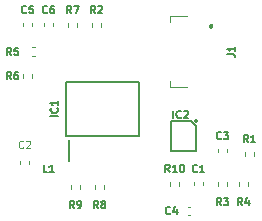
<source format=gto>
G04 #@! TF.GenerationSoftware,KiCad,Pcbnew,(5.1.8)-1*
G04 #@! TF.CreationDate,2021-04-03T22:15:50+03:00*
G04 #@! TF.ProjectId,sensor,73656e73-6f72-42e6-9b69-6361645f7063,rev?*
G04 #@! TF.SameCoordinates,Original*
G04 #@! TF.FileFunction,Legend,Top*
G04 #@! TF.FilePolarity,Positive*
%FSLAX46Y46*%
G04 Gerber Fmt 4.6, Leading zero omitted, Abs format (unit mm)*
G04 Created by KiCad (PCBNEW (5.1.8)-1) date 2021-04-03 22:15:50*
%MOMM*%
%LPD*%
G01*
G04 APERTURE LIST*
%ADD10C,0.120000*%
%ADD11C,0.200000*%
%ADD12C,0.100000*%
%ADD13C,0.300000*%
%ADD14C,0.127000*%
%ADD15C,0.112700*%
G04 APERTURE END LIST*
D10*
X144146000Y-83719641D02*
X144146000Y-83412359D01*
X144906000Y-83719641D02*
X144906000Y-83412359D01*
X138302000Y-69950359D02*
X138302000Y-70257641D01*
X137542000Y-69950359D02*
X137542000Y-70257641D01*
X150496000Y-81179641D02*
X150496000Y-80872359D01*
X151256000Y-81179641D02*
X151256000Y-80872359D01*
X132741641Y-72770000D02*
X132434359Y-72770000D01*
X132741641Y-72010000D02*
X132434359Y-72010000D01*
X146198000Y-83458164D02*
X146198000Y-83673836D01*
X146918000Y-83458164D02*
X146918000Y-83673836D01*
X148950000Y-80879836D02*
X148950000Y-80664164D01*
X148230000Y-80879836D02*
X148230000Y-80664164D01*
X132186000Y-81680164D02*
X132186000Y-81895836D01*
X131466000Y-81680164D02*
X131466000Y-81895836D01*
X145660164Y-85492000D02*
X145875836Y-85492000D01*
X145660164Y-86212000D02*
X145875836Y-86212000D01*
X131720000Y-69996164D02*
X131720000Y-70211836D01*
X132440000Y-69996164D02*
X132440000Y-70211836D01*
X134218000Y-69996164D02*
X134218000Y-70211836D01*
X133498000Y-69996164D02*
X133498000Y-70211836D01*
D11*
X135330000Y-79516000D02*
X135330000Y-74916000D01*
X135330000Y-74916000D02*
X141530000Y-74916000D01*
X141530000Y-74916000D02*
X141530000Y-79516000D01*
X141530000Y-79516000D02*
X135330000Y-79516000D01*
X135580000Y-81666000D02*
X135580000Y-79866000D01*
X146346000Y-78702000D02*
X146346000Y-80760000D01*
X146346000Y-80760000D02*
X144230000Y-80760000D01*
X144230000Y-80760000D02*
X144230000Y-78244000D01*
X144230000Y-78244000D02*
X145888000Y-78244000D01*
X145888000Y-78244000D02*
X146346000Y-78702000D01*
X146446000Y-78244000D02*
G75*
G03*
X146446000Y-78244000I-100000J0D01*
G01*
D12*
X144167000Y-74890000D02*
X144167000Y-75390000D01*
X144167000Y-75390000D02*
X145542000Y-75390000D01*
X144167000Y-69890000D02*
X144167000Y-69390000D01*
X144167000Y-69390000D02*
X145542000Y-69390000D01*
D13*
X147642000Y-70290000D02*
X147642000Y-70290000D01*
X147642000Y-70190000D02*
X147642000Y-70190000D01*
X147642000Y-70190000D02*
G75*
G02*
X147642000Y-70290000I0J-50000D01*
G01*
X147642000Y-70290000D02*
G75*
G02*
X147642000Y-70190000I0J50000D01*
G01*
D10*
X148210000Y-83412359D02*
X148210000Y-83719641D01*
X148970000Y-83412359D02*
X148970000Y-83719641D01*
X150748000Y-83412359D02*
X150748000Y-83719641D01*
X149988000Y-83412359D02*
X149988000Y-83719641D01*
X135510000Y-69950359D02*
X135510000Y-70257641D01*
X136270000Y-69950359D02*
X136270000Y-70257641D01*
X137796000Y-83973641D02*
X137796000Y-83666359D01*
X138556000Y-83973641D02*
X138556000Y-83666359D01*
X135764000Y-83973641D02*
X135764000Y-83666359D01*
X136524000Y-83973641D02*
X136524000Y-83666359D01*
X132460000Y-74575641D02*
X132460000Y-74268359D01*
X131700000Y-74575641D02*
X131700000Y-74268359D01*
D14*
X144117785Y-82583261D02*
X143906119Y-82280880D01*
X143754928Y-82583261D02*
X143754928Y-81948261D01*
X143996833Y-81948261D01*
X144057309Y-81978500D01*
X144087547Y-82008738D01*
X144117785Y-82069214D01*
X144117785Y-82159928D01*
X144087547Y-82220404D01*
X144057309Y-82250642D01*
X143996833Y-82280880D01*
X143754928Y-82280880D01*
X144722547Y-82583261D02*
X144359690Y-82583261D01*
X144541119Y-82583261D02*
X144541119Y-81948261D01*
X144480642Y-82038976D01*
X144420166Y-82099452D01*
X144359690Y-82129690D01*
X145115642Y-81948261D02*
X145176119Y-81948261D01*
X145236595Y-81978500D01*
X145266833Y-82008738D01*
X145297071Y-82069214D01*
X145327309Y-82190166D01*
X145327309Y-82341357D01*
X145297071Y-82462309D01*
X145266833Y-82522785D01*
X145236595Y-82553023D01*
X145176119Y-82583261D01*
X145115642Y-82583261D01*
X145055166Y-82553023D01*
X145024928Y-82522785D01*
X144994690Y-82462309D01*
X144964452Y-82341357D01*
X144964452Y-82190166D01*
X144994690Y-82069214D01*
X145024928Y-82008738D01*
X145055166Y-81978500D01*
X145115642Y-81948261D01*
X137816166Y-69121261D02*
X137604500Y-68818880D01*
X137453309Y-69121261D02*
X137453309Y-68486261D01*
X137695214Y-68486261D01*
X137755690Y-68516500D01*
X137785928Y-68546738D01*
X137816166Y-68607214D01*
X137816166Y-68697928D01*
X137785928Y-68758404D01*
X137755690Y-68788642D01*
X137695214Y-68818880D01*
X137453309Y-68818880D01*
X138058071Y-68546738D02*
X138088309Y-68516500D01*
X138148785Y-68486261D01*
X138299976Y-68486261D01*
X138360452Y-68516500D01*
X138390690Y-68546738D01*
X138420928Y-68607214D01*
X138420928Y-68667690D01*
X138390690Y-68758404D01*
X138027833Y-69121261D01*
X138420928Y-69121261D01*
X150770166Y-80043261D02*
X150558500Y-79740880D01*
X150407309Y-80043261D02*
X150407309Y-79408261D01*
X150649214Y-79408261D01*
X150709690Y-79438500D01*
X150739928Y-79468738D01*
X150770166Y-79529214D01*
X150770166Y-79619928D01*
X150739928Y-79680404D01*
X150709690Y-79710642D01*
X150649214Y-79740880D01*
X150407309Y-79740880D01*
X151374928Y-80043261D02*
X151012071Y-80043261D01*
X151193500Y-80043261D02*
X151193500Y-79408261D01*
X151133023Y-79498976D01*
X151072547Y-79559452D01*
X151012071Y-79589690D01*
X130704166Y-72677261D02*
X130492500Y-72374880D01*
X130341309Y-72677261D02*
X130341309Y-72042261D01*
X130583214Y-72042261D01*
X130643690Y-72072500D01*
X130673928Y-72102738D01*
X130704166Y-72163214D01*
X130704166Y-72253928D01*
X130673928Y-72314404D01*
X130643690Y-72344642D01*
X130583214Y-72374880D01*
X130341309Y-72374880D01*
X131278690Y-72042261D02*
X130976309Y-72042261D01*
X130946071Y-72344642D01*
X130976309Y-72314404D01*
X131036785Y-72284166D01*
X131187976Y-72284166D01*
X131248452Y-72314404D01*
X131278690Y-72344642D01*
X131308928Y-72405119D01*
X131308928Y-72556309D01*
X131278690Y-72616785D01*
X131248452Y-72647023D01*
X131187976Y-72677261D01*
X131036785Y-72677261D01*
X130976309Y-72647023D01*
X130946071Y-72616785D01*
X146452166Y-82522785D02*
X146421928Y-82553023D01*
X146331214Y-82583261D01*
X146270738Y-82583261D01*
X146180023Y-82553023D01*
X146119547Y-82492547D01*
X146089309Y-82432071D01*
X146059071Y-82311119D01*
X146059071Y-82220404D01*
X146089309Y-82099452D01*
X146119547Y-82038976D01*
X146180023Y-81978500D01*
X146270738Y-81948261D01*
X146331214Y-81948261D01*
X146421928Y-81978500D01*
X146452166Y-82008738D01*
X147056928Y-82583261D02*
X146694071Y-82583261D01*
X146875500Y-82583261D02*
X146875500Y-81948261D01*
X146815023Y-82038976D01*
X146754547Y-82099452D01*
X146694071Y-82129690D01*
X148484166Y-79728785D02*
X148453928Y-79759023D01*
X148363214Y-79789261D01*
X148302738Y-79789261D01*
X148212023Y-79759023D01*
X148151547Y-79698547D01*
X148121309Y-79638071D01*
X148091071Y-79517119D01*
X148091071Y-79426404D01*
X148121309Y-79305452D01*
X148151547Y-79244976D01*
X148212023Y-79184500D01*
X148302738Y-79154261D01*
X148363214Y-79154261D01*
X148453928Y-79184500D01*
X148484166Y-79214738D01*
X148695833Y-79154261D02*
X149088928Y-79154261D01*
X148877261Y-79396166D01*
X148967976Y-79396166D01*
X149028452Y-79426404D01*
X149058690Y-79456642D01*
X149088928Y-79517119D01*
X149088928Y-79668309D01*
X149058690Y-79728785D01*
X149028452Y-79759023D01*
X148967976Y-79789261D01*
X148786547Y-79789261D01*
X148726071Y-79759023D01*
X148695833Y-79728785D01*
D15*
X131720166Y-80490785D02*
X131689928Y-80521023D01*
X131599214Y-80551261D01*
X131538738Y-80551261D01*
X131448023Y-80521023D01*
X131387547Y-80460547D01*
X131357309Y-80400071D01*
X131327071Y-80279119D01*
X131327071Y-80188404D01*
X131357309Y-80067452D01*
X131387547Y-80006976D01*
X131448023Y-79946500D01*
X131538738Y-79916261D01*
X131599214Y-79916261D01*
X131689928Y-79946500D01*
X131720166Y-79976738D01*
X131962071Y-79976738D02*
X131992309Y-79946500D01*
X132052785Y-79916261D01*
X132203976Y-79916261D01*
X132264452Y-79946500D01*
X132294690Y-79976738D01*
X132324928Y-80037214D01*
X132324928Y-80097690D01*
X132294690Y-80188404D01*
X131931833Y-80551261D01*
X132324928Y-80551261D01*
D14*
X144166166Y-86078785D02*
X144135928Y-86109023D01*
X144045214Y-86139261D01*
X143984738Y-86139261D01*
X143894023Y-86109023D01*
X143833547Y-86048547D01*
X143803309Y-85988071D01*
X143773071Y-85867119D01*
X143773071Y-85776404D01*
X143803309Y-85655452D01*
X143833547Y-85594976D01*
X143894023Y-85534500D01*
X143984738Y-85504261D01*
X144045214Y-85504261D01*
X144135928Y-85534500D01*
X144166166Y-85564738D01*
X144710452Y-85715928D02*
X144710452Y-86139261D01*
X144559261Y-85474023D02*
X144408071Y-85927595D01*
X144801166Y-85927595D01*
X131974166Y-69060785D02*
X131943928Y-69091023D01*
X131853214Y-69121261D01*
X131792738Y-69121261D01*
X131702023Y-69091023D01*
X131641547Y-69030547D01*
X131611309Y-68970071D01*
X131581071Y-68849119D01*
X131581071Y-68758404D01*
X131611309Y-68637452D01*
X131641547Y-68576976D01*
X131702023Y-68516500D01*
X131792738Y-68486261D01*
X131853214Y-68486261D01*
X131943928Y-68516500D01*
X131974166Y-68546738D01*
X132548690Y-68486261D02*
X132246309Y-68486261D01*
X132216071Y-68788642D01*
X132246309Y-68758404D01*
X132306785Y-68728166D01*
X132457976Y-68728166D01*
X132518452Y-68758404D01*
X132548690Y-68788642D01*
X132578928Y-68849119D01*
X132578928Y-69000309D01*
X132548690Y-69060785D01*
X132518452Y-69091023D01*
X132457976Y-69121261D01*
X132306785Y-69121261D01*
X132246309Y-69091023D01*
X132216071Y-69060785D01*
X133752166Y-69060785D02*
X133721928Y-69091023D01*
X133631214Y-69121261D01*
X133570738Y-69121261D01*
X133480023Y-69091023D01*
X133419547Y-69030547D01*
X133389309Y-68970071D01*
X133359071Y-68849119D01*
X133359071Y-68758404D01*
X133389309Y-68637452D01*
X133419547Y-68576976D01*
X133480023Y-68516500D01*
X133570738Y-68486261D01*
X133631214Y-68486261D01*
X133721928Y-68516500D01*
X133752166Y-68546738D01*
X134296452Y-68486261D02*
X134175500Y-68486261D01*
X134115023Y-68516500D01*
X134084785Y-68546738D01*
X134024309Y-68637452D01*
X133994071Y-68758404D01*
X133994071Y-69000309D01*
X134024309Y-69060785D01*
X134054547Y-69091023D01*
X134115023Y-69121261D01*
X134235976Y-69121261D01*
X134296452Y-69091023D01*
X134326690Y-69060785D01*
X134356928Y-69000309D01*
X134356928Y-68849119D01*
X134326690Y-68788642D01*
X134296452Y-68758404D01*
X134235976Y-68728166D01*
X134115023Y-68728166D01*
X134054547Y-68758404D01*
X134024309Y-68788642D01*
X133994071Y-68849119D01*
X134653261Y-77835880D02*
X134018261Y-77835880D01*
X134592785Y-77170642D02*
X134623023Y-77200880D01*
X134653261Y-77291595D01*
X134653261Y-77352071D01*
X134623023Y-77442785D01*
X134562547Y-77503261D01*
X134502071Y-77533500D01*
X134381119Y-77563738D01*
X134290404Y-77563738D01*
X134169452Y-77533500D01*
X134108976Y-77503261D01*
X134048500Y-77442785D01*
X134018261Y-77352071D01*
X134018261Y-77291595D01*
X134048500Y-77200880D01*
X134078738Y-77170642D01*
X134653261Y-76565880D02*
X134653261Y-76928738D01*
X134653261Y-76747309D02*
X134018261Y-76747309D01*
X134108976Y-76807785D01*
X134169452Y-76868261D01*
X134199690Y-76928738D01*
X144414119Y-78011261D02*
X144414119Y-77376261D01*
X145079357Y-77950785D02*
X145049119Y-77981023D01*
X144958404Y-78011261D01*
X144897928Y-78011261D01*
X144807214Y-77981023D01*
X144746738Y-77920547D01*
X144716500Y-77860071D01*
X144686261Y-77739119D01*
X144686261Y-77648404D01*
X144716500Y-77527452D01*
X144746738Y-77466976D01*
X144807214Y-77406500D01*
X144897928Y-77376261D01*
X144958404Y-77376261D01*
X145049119Y-77406500D01*
X145079357Y-77436738D01*
X145321261Y-77436738D02*
X145351500Y-77406500D01*
X145411976Y-77376261D01*
X145563166Y-77376261D01*
X145623642Y-77406500D01*
X145653880Y-77436738D01*
X145684119Y-77497214D01*
X145684119Y-77557690D01*
X145653880Y-77648404D01*
X145291023Y-78011261D01*
X145684119Y-78011261D01*
X149004261Y-72601666D02*
X149457833Y-72601666D01*
X149548547Y-72631904D01*
X149609023Y-72692380D01*
X149639261Y-72783095D01*
X149639261Y-72843571D01*
X149639261Y-71966666D02*
X149639261Y-72329523D01*
X149639261Y-72148095D02*
X149004261Y-72148095D01*
X149094976Y-72208571D01*
X149155452Y-72269047D01*
X149185690Y-72329523D01*
X148484166Y-85377261D02*
X148272500Y-85074880D01*
X148121309Y-85377261D02*
X148121309Y-84742261D01*
X148363214Y-84742261D01*
X148423690Y-84772500D01*
X148453928Y-84802738D01*
X148484166Y-84863214D01*
X148484166Y-84953928D01*
X148453928Y-85014404D01*
X148423690Y-85044642D01*
X148363214Y-85074880D01*
X148121309Y-85074880D01*
X148695833Y-84742261D02*
X149088928Y-84742261D01*
X148877261Y-84984166D01*
X148967976Y-84984166D01*
X149028452Y-85014404D01*
X149058690Y-85044642D01*
X149088928Y-85105119D01*
X149088928Y-85256309D01*
X149058690Y-85316785D01*
X149028452Y-85347023D01*
X148967976Y-85377261D01*
X148786547Y-85377261D01*
X148726071Y-85347023D01*
X148695833Y-85316785D01*
X150262166Y-85377261D02*
X150050500Y-85074880D01*
X149899309Y-85377261D02*
X149899309Y-84742261D01*
X150141214Y-84742261D01*
X150201690Y-84772500D01*
X150231928Y-84802738D01*
X150262166Y-84863214D01*
X150262166Y-84953928D01*
X150231928Y-85014404D01*
X150201690Y-85044642D01*
X150141214Y-85074880D01*
X149899309Y-85074880D01*
X150806452Y-84953928D02*
X150806452Y-85377261D01*
X150655261Y-84712023D02*
X150504071Y-85165595D01*
X150897166Y-85165595D01*
X135784166Y-69121261D02*
X135572500Y-68818880D01*
X135421309Y-69121261D02*
X135421309Y-68486261D01*
X135663214Y-68486261D01*
X135723690Y-68516500D01*
X135753928Y-68546738D01*
X135784166Y-68607214D01*
X135784166Y-68697928D01*
X135753928Y-68758404D01*
X135723690Y-68788642D01*
X135663214Y-68818880D01*
X135421309Y-68818880D01*
X135995833Y-68486261D02*
X136419166Y-68486261D01*
X136147023Y-69121261D01*
X138070166Y-85631261D02*
X137858500Y-85328880D01*
X137707309Y-85631261D02*
X137707309Y-84996261D01*
X137949214Y-84996261D01*
X138009690Y-85026500D01*
X138039928Y-85056738D01*
X138070166Y-85117214D01*
X138070166Y-85207928D01*
X138039928Y-85268404D01*
X138009690Y-85298642D01*
X137949214Y-85328880D01*
X137707309Y-85328880D01*
X138433023Y-85268404D02*
X138372547Y-85238166D01*
X138342309Y-85207928D01*
X138312071Y-85147452D01*
X138312071Y-85117214D01*
X138342309Y-85056738D01*
X138372547Y-85026500D01*
X138433023Y-84996261D01*
X138553976Y-84996261D01*
X138614452Y-85026500D01*
X138644690Y-85056738D01*
X138674928Y-85117214D01*
X138674928Y-85147452D01*
X138644690Y-85207928D01*
X138614452Y-85238166D01*
X138553976Y-85268404D01*
X138433023Y-85268404D01*
X138372547Y-85298642D01*
X138342309Y-85328880D01*
X138312071Y-85389357D01*
X138312071Y-85510309D01*
X138342309Y-85570785D01*
X138372547Y-85601023D01*
X138433023Y-85631261D01*
X138553976Y-85631261D01*
X138614452Y-85601023D01*
X138644690Y-85570785D01*
X138674928Y-85510309D01*
X138674928Y-85389357D01*
X138644690Y-85328880D01*
X138614452Y-85298642D01*
X138553976Y-85268404D01*
X136038166Y-85631261D02*
X135826500Y-85328880D01*
X135675309Y-85631261D02*
X135675309Y-84996261D01*
X135917214Y-84996261D01*
X135977690Y-85026500D01*
X136007928Y-85056738D01*
X136038166Y-85117214D01*
X136038166Y-85207928D01*
X136007928Y-85268404D01*
X135977690Y-85298642D01*
X135917214Y-85328880D01*
X135675309Y-85328880D01*
X136340547Y-85631261D02*
X136461500Y-85631261D01*
X136521976Y-85601023D01*
X136552214Y-85570785D01*
X136612690Y-85480071D01*
X136642928Y-85359119D01*
X136642928Y-85117214D01*
X136612690Y-85056738D01*
X136582452Y-85026500D01*
X136521976Y-84996261D01*
X136401023Y-84996261D01*
X136340547Y-85026500D01*
X136310309Y-85056738D01*
X136280071Y-85117214D01*
X136280071Y-85268404D01*
X136310309Y-85328880D01*
X136340547Y-85359119D01*
X136401023Y-85389357D01*
X136521976Y-85389357D01*
X136582452Y-85359119D01*
X136612690Y-85328880D01*
X136642928Y-85268404D01*
X130704166Y-74709261D02*
X130492500Y-74406880D01*
X130341309Y-74709261D02*
X130341309Y-74074261D01*
X130583214Y-74074261D01*
X130643690Y-74104500D01*
X130673928Y-74134738D01*
X130704166Y-74195214D01*
X130704166Y-74285928D01*
X130673928Y-74346404D01*
X130643690Y-74376642D01*
X130583214Y-74406880D01*
X130341309Y-74406880D01*
X131248452Y-74074261D02*
X131127500Y-74074261D01*
X131067023Y-74104500D01*
X131036785Y-74134738D01*
X130976309Y-74225452D01*
X130946071Y-74346404D01*
X130946071Y-74588309D01*
X130976309Y-74648785D01*
X131006547Y-74679023D01*
X131067023Y-74709261D01*
X131187976Y-74709261D01*
X131248452Y-74679023D01*
X131278690Y-74648785D01*
X131308928Y-74588309D01*
X131308928Y-74437119D01*
X131278690Y-74376642D01*
X131248452Y-74346404D01*
X131187976Y-74316166D01*
X131067023Y-74316166D01*
X131006547Y-74346404D01*
X130976309Y-74376642D01*
X130946071Y-74437119D01*
X133752166Y-82583261D02*
X133449785Y-82583261D01*
X133449785Y-81948261D01*
X134296452Y-82583261D02*
X133933595Y-82583261D01*
X134115023Y-82583261D02*
X134115023Y-81948261D01*
X134054547Y-82038976D01*
X133994071Y-82099452D01*
X133933595Y-82129690D01*
M02*

</source>
